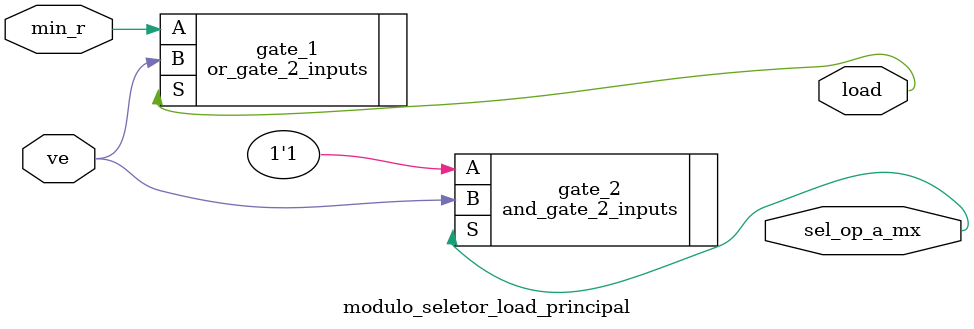
<source format=v>
module modulo_seletor_load_principal(ve,min_r,load,sel_op_a_mx);
	
	
	input ve,min_r;
	output load, sel_op_a_mx;
	
	or_gate_2_inputs gate_1(.A(min_r),.B(ve),.S(load));
	and_gate_2_inputs gate_2(.A(1'b1),.B(ve),.S(sel_op_a_mx));
	
	
endmodule 
</source>
